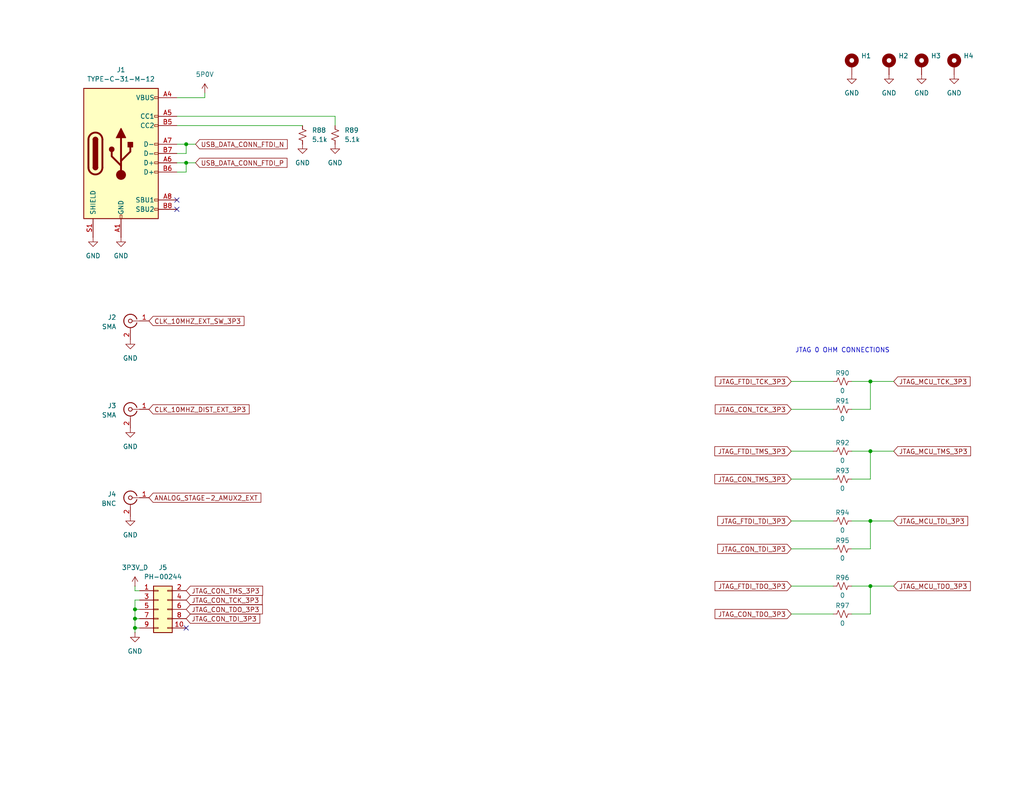
<source format=kicad_sch>
(kicad_sch (version 20250114) (generator "eeschema") (generator_version "9.0")
  (paper "A")
  (title_block (title "ARBITRARY WAVEFORM GENERATOR") (date "2025-07-15") (rev "1.0.1") (company "Tomasz Brzyzek"))
  (lib_symbols
    (symbol "BRZK_CONN_USB:TYPE-C-31-M-12" (pin_names (offset 1.016))
      (property "Reference" "J?" (at 0 22.86 0))
      (property "Value" "TYPE-C-31-M-12" (at 0 20.32 0))
      (symbol "TYPE-C-31-M-12_0_0"
        (rectangle (start -0.254 -17.78) (end 0.254 -16.764))
        (rectangle (start 10.16 15.494) (end 9.144 14.986))
        (rectangle (start 10.16 10.414) (end 9.144 9.906))
        (rectangle (start 10.16 7.874) (end 9.144 7.366))
        (rectangle (start 10.16 2.794) (end 9.144 2.286))
        (rectangle (start 10.16 0.254) (end 9.144 -0.254))
        (rectangle (start 10.16 -2.286) (end 9.144 -2.794))
        (rectangle (start 10.16 -4.826) (end 9.144 -5.334))
        (rectangle (start 10.16 -12.446) (end 9.144 -12.954))
        (rectangle (start 10.16 -14.986) (end 9.144 -15.494))
      )
      (symbol "TYPE-C-31-M-12_0_1"
        (rectangle (start -10.16 17.78) (end 10.16 -17.78) (stroke (width 0.254)) (fill (type background)))
        (polyline (pts (xy -8.89 -3.81) (xy -8.89 3.81)) (stroke (width 0.508)))
        (rectangle (start -7.62 -3.81) (end -6.35 3.81) (stroke (width 0.254)) (fill (type outline)))
        (arc (start -7.62 3.81) (mid -6.985 4.4423) (end -6.35 3.81) (stroke (width 0.254)))
        (arc (start -7.62 3.81) (mid -6.985 4.4423) (end -6.35 3.81) (stroke (width 0.254)) (fill (type outline)))
        (arc (start -8.89 3.81) (mid -6.985 5.7067) (end -5.08 3.81) (stroke (width 0.508)))
        (arc (start -5.08 -3.81) (mid -6.985 -5.7067) (end -8.89 -3.81) (stroke (width 0.508)))
        (arc (start -6.35 -3.81) (mid -6.985 -4.4423) (end -7.62 -3.81) (stroke (width 0.254)))
        (arc (start -6.35 -3.81) (mid -6.985 -4.4423) (end -7.62 -3.81) (stroke (width 0.254)) (fill (type outline)))
        (polyline (pts (xy -5.08 3.81) (xy -5.08 -3.81)) (stroke (width 0.508)))
        (circle (center -2.54 1.143) (radius 0.635) (stroke (width 0.254)) (fill (type outline)))
        (polyline (pts (xy -1.27 4.318) (xy 0 6.858) (xy 1.27 4.318) (xy -1.27 4.318)) (stroke (width 0.254)) (fill (type outline)))
        (polyline (pts (xy 0 -2.032) (xy 2.54 0.508) (xy 2.54 1.778)) (stroke (width 0.508)))
        (polyline (pts (xy 0 -3.302) (xy -2.54 -0.762) (xy -2.54 0.508)) (stroke (width 0.508)))
        (polyline (pts (xy 0 -5.842) (xy 0 4.318)) (stroke (width 0.508)))
        (circle (center 0 -5.842) (radius 1.27) (fill (type outline)))
        (rectangle (start 1.905 1.778) (end 3.175 3.048) (stroke (width 0.254)) (fill (type outline)))
      )
      (symbol "TYPE-C-31-M-12_1_1"
        (pin passive line (at -7.62 -22.86 90) (length 5.08) (name "SHIELD") (number "S1"))
        (pin passive line (at 0 -22.86 90) (length 5.08) (name "GND") (number "A1"))
        (pin passive line (at 0 -22.86 90) (length 5.08) (hide yes) (name "GND") (number "A12"))
        (pin passive line (at 0 -22.86 90) (length 5.08) (hide yes) (name "GND") (number "B1"))
        (pin passive line (at 0 -22.86 90) (length 5.08) (hide yes) (name "GND") (number "B12"))
        (pin passive line (at 15.24 15.24 180) (length 5.08) (name "VBUS") (number "A4"))
        (pin passive line (at 15.24 15.24 180) (length 5.08) (hide yes) (name "VBUS") (number "A9"))
        (pin passive line (at 15.24 15.24 180) (length 5.08) (hide yes) (name "VBUS") (number "B4"))
        (pin passive line (at 15.24 15.24 180) (length 5.08) (hide yes) (name "VBUS") (number "B9"))
        (pin bidirectional line (at 15.24 10.16 180) (length 5.08) (name "CC1") (number "A5"))
        (pin bidirectional line (at 15.24 7.62 180) (length 5.08) (name "CC2") (number "B5"))
        (pin bidirectional line (at 15.24 2.54 180) (length 5.08) (name "D-") (number "A7"))
        (pin bidirectional line (at 15.24 0 180) (length 5.08) (name "D-") (number "B7"))
        (pin bidirectional line (at 15.24 -2.54 180) (length 5.08) (name "D+") (number "A6"))
        (pin bidirectional line (at 15.24 -5.08 180) (length 5.08) (name "D+") (number "B6"))
        (pin bidirectional line (at 15.24 -12.7 180) (length 5.08) (name "SBU1") (number "A8"))
        (pin bidirectional line (at 15.24 -15.24 180) (length 5.08) (name "SBU2") (number "B8"))
      )
    )
    (symbol "Connector:Conn_Coaxial" (pin_names (offset 1.016) (hide yes))
      (property "Reference" "J" (at 0.254 3.048 0))
      (property "Value" "Conn_Coaxial" (at 2.921 0 90))
      (symbol "Conn_Coaxial_0_1"
        (polyline (pts (xy -2.54 0) (xy -0.508 0)))
        (arc (start 1.778 0) (mid 0.222 -1.8079) (end -1.778 -0.508) (stroke (width 0.254)))
        (arc (start -1.778 0.508) (mid 0.2221 1.8084) (end 1.778 0) (stroke (width 0.254)))
        (circle (center 0 0) (radius 0.508) (stroke (width 0.2032)))
        (polyline (pts (xy 0 -2.54) (xy 0 -1.778)))
      )
      (symbol "Conn_Coaxial_1_1"
        (pin passive line (at -5.08 0 0) (length 2.54) (name "In") (number "1"))
        (pin passive line (at 0 -5.08 90) (length 2.54) (name "Ext") (number "2"))
      )
    )
    (symbol "Connector_Generic:Conn_02x05_Odd_Even" (pin_names (offset 1.016) (hide yes))
      (property "Reference" "J" (at 1.27 7.62 0))
      (property "Value" "Conn_02x05_Odd_Even" (at 1.27 -7.62 0))
      (symbol "Conn_02x05_Odd_Even_1_1"
        (rectangle (start -1.27 6.35) (end 3.81 -6.35) (stroke (width 0.254)) (fill (type background)))
        (rectangle (start -1.27 5.207) (end 0 4.953) (stroke (width 0.1524)))
        (rectangle (start -1.27 2.667) (end 0 2.413) (stroke (width 0.1524)))
        (rectangle (start -1.27 0.127) (end 0 -0.127) (stroke (width 0.1524)))
        (rectangle (start -1.27 -2.413) (end 0 -2.667) (stroke (width 0.1524)))
        (rectangle (start -1.27 -4.953) (end 0 -5.207) (stroke (width 0.1524)))
        (rectangle (start 3.81 5.207) (end 2.54 4.953) (stroke (width 0.1524)))
        (rectangle (start 3.81 2.667) (end 2.54 2.413) (stroke (width 0.1524)))
        (rectangle (start 3.81 0.127) (end 2.54 -0.127) (stroke (width 0.1524)))
        (rectangle (start 3.81 -2.413) (end 2.54 -2.667) (stroke (width 0.1524)))
        (rectangle (start 3.81 -4.953) (end 2.54 -5.207) (stroke (width 0.1524)))
        (pin passive line (at -5.08 5.08 0) (length 3.81) (name "Pin_1") (number "1"))
        (pin passive line (at -5.08 2.54 0) (length 3.81) (name "Pin_3") (number "3"))
        (pin passive line (at -5.08 0 0) (length 3.81) (name "Pin_5") (number "5"))
        (pin passive line (at -5.08 -2.54 0) (length 3.81) (name "Pin_7") (number "7"))
        (pin passive line (at -5.08 -5.08 0) (length 3.81) (name "Pin_9") (number "9"))
        (pin passive line (at 7.62 5.08 180) (length 3.81) (name "Pin_2") (number "2"))
        (pin passive line (at 7.62 2.54 180) (length 3.81) (name "Pin_4") (number "4"))
        (pin passive line (at 7.62 0 180) (length 3.81) (name "Pin_6") (number "6"))
        (pin passive line (at 7.62 -2.54 180) (length 3.81) (name "Pin_8") (number "8"))
        (pin passive line (at 7.62 -5.08 180) (length 3.81) (name "Pin_10") (number "10"))
      )
    )
    (symbol "Device:R_Small_US" (pin_numbers (hide yes)) (pin_names (offset 0.254) (hide yes))
      (property "Reference" "R" (at 0.762 0.508 0))
      (property "Value" "R_Small_US" (at 0.762 -1.016 0))
      (symbol "R_Small_US_1_1"
        (polyline (pts (xy 0 1.524) (xy 1.016 1.143) (xy 0 0.762) (xy -1.016 0.381) (xy 0 0)))
        (polyline (pts (xy 0 0) (xy 1.016 -0.381) (xy 0 -0.762) (xy -1.016 -1.143) (xy 0 -1.524)))
        (pin passive line (at 0 2.54 270) (length 1.016) (name "~") (number "1"))
        (pin passive line (at 0 -2.54 90) (length 1.016) (name "~") (number "2"))
      )
    )
    (symbol "Mechanical:MountingHole_Pad" (pin_numbers (hide yes)) (pin_names (offset 1.016) (hide yes)) (exclude_from_sim yes) (in_bom no)
      (property "Reference" "H" (at 0 6.35 0))
      (property "Value" "MountingHole_Pad" (at 0 4.445 0))
      (symbol "MountingHole_Pad_0_1"
        (circle (center 0 1.27) (radius 1.27) (stroke (width 1.27)))
      )
      (symbol "MountingHole_Pad_1_1"
        (pin input line (at 0 -2.54 90) (length 2.54) (name "1") (number "1"))
      )
    )
    (symbol "power:+3V3" (power) (pin_numbers (hide yes)) (pin_names (offset 0) (hide yes))
      (property "Value" "+3V3" (at 0 3.556 0))
      (symbol "+3V3_0_1"
        (polyline (pts (xy -0.762 1.27) (xy 0 2.54)))
        (polyline (pts (xy 0 2.54) (xy 0.762 1.27)))
        (polyline (pts (xy 0 0) (xy 0 2.54)))
      )
      (symbol "+3V3_1_1"
        (pin power_in line (at 0 0 90) (length 0) (name "~") (number "1"))
      )
    )
    (symbol "power:GND" (power) (pin_numbers (hide yes)) (pin_names (offset 0) (hide yes))
      (property "Value" "GND" (at 0 -3.81 0))
      (symbol "GND_0_1"
        (polyline (pts (xy 0 0) (xy 0 -1.27) (xy 1.27 -1.27) (xy 0 -2.54) (xy -1.27 -1.27) (xy 0 -1.27)))
      )
      (symbol "GND_1_1"
        (pin power_in line (at 0 0 270) (length 0) (name "~") (number "1"))
      )
    )
  )
  (text "JTAG 0 OHM CONNECTIONS" (at 229.87 95.758 0) (effects (font (size 1.27 1.27))))
  (junction (at 50.8 39.37))
  (junction (at 237.49 142.24))
  (junction (at 50.8 44.45))
  (junction (at 36.83 168.91))
  (junction (at 237.49 123.19))
  (junction (at 36.83 166.37))
  (junction (at 237.49 160.02))
  (junction (at 237.49 104.14))
  (junction (at 36.83 171.45))
  (no_connect (at 48.26 57.15))
  (no_connect (at 48.26 54.61))
  (no_connect (at 50.8 171.45))
  (wire (pts (xy 232.41 104.14) (xy 237.49 104.14)))
  (wire (pts (xy 232.41 149.86) (xy 237.49 149.86)))
  (wire (pts (xy 36.83 163.83) (xy 36.83 166.37)))
  (wire (pts (xy 36.83 168.91) (xy 36.83 171.45)))
  (wire (pts (xy 215.9 104.14) (xy 227.33 104.14)))
  (wire (pts (xy 38.1 163.83) (xy 36.83 163.83)))
  (wire (pts (xy 48.26 31.75) (xy 91.44 31.75)))
  (wire (pts (xy 50.8 39.37) (xy 53.34 39.37)))
  (wire (pts (xy 237.49 111.76) (xy 237.49 104.14)))
  (wire (pts (xy 48.26 46.99) (xy 50.8 46.99)))
  (wire (pts (xy 232.41 123.19) (xy 237.49 123.19)))
  (wire (pts (xy 232.41 142.24) (xy 237.49 142.24)))
  (wire (pts (xy 38.1 168.91) (xy 36.83 168.91)))
  (wire (pts (xy 48.26 39.37) (xy 50.8 39.37)))
  (wire (pts (xy 232.41 160.02) (xy 237.49 160.02)))
  (wire (pts (xy 237.49 149.86) (xy 237.49 142.24)))
  (wire (pts (xy 36.83 166.37) (xy 36.83 168.91)))
  (wire (pts (xy 38.1 171.45) (xy 36.83 171.45)))
  (wire (pts (xy 237.49 104.14) (xy 243.84 104.14)))
  (wire (pts (xy 48.26 34.29) (xy 82.55 34.29)))
  (wire (pts (xy 36.83 171.45) (xy 36.83 172.72)))
  (wire (pts (xy 237.49 130.81) (xy 237.49 123.19)))
  (wire (pts (xy 55.88 25.4) (xy 55.88 26.67)))
  (wire (pts (xy 215.9 149.86) (xy 227.33 149.86)))
  (wire (pts (xy 55.88 26.67) (xy 48.26 26.67)))
  (wire (pts (xy 215.9 111.76) (xy 227.33 111.76)))
  (wire (pts (xy 215.9 142.24) (xy 227.33 142.24)))
  (wire (pts (xy 38.1 166.37) (xy 36.83 166.37)))
  (wire (pts (xy 237.49 167.64) (xy 237.49 160.02)))
  (wire (pts (xy 215.9 167.64) (xy 227.33 167.64)))
  (wire (pts (xy 38.1 161.29) (xy 36.83 161.29)))
  (wire (pts (xy 50.8 46.99) (xy 50.8 44.45)))
  (wire (pts (xy 232.41 130.81) (xy 237.49 130.81)))
  (wire (pts (xy 50.8 44.45) (xy 48.26 44.45)))
  (wire (pts (xy 36.83 161.29) (xy 36.83 160.02)))
  (wire (pts (xy 91.44 34.29) (xy 91.44 31.75)))
  (wire (pts (xy 50.8 41.91) (xy 50.8 39.37)))
  (wire (pts (xy 215.9 160.02) (xy 227.33 160.02)))
  (wire (pts (xy 237.49 142.24) (xy 243.84 142.24)))
  (wire (pts (xy 237.49 123.19) (xy 243.84 123.19)))
  (wire (pts (xy 48.26 41.91) (xy 50.8 41.91)))
  (wire (pts (xy 215.9 123.19) (xy 227.33 123.19)))
  (wire (pts (xy 215.9 130.81) (xy 227.33 130.81)))
  (wire (pts (xy 237.49 160.02) (xy 243.84 160.02)))
  (wire (pts (xy 232.41 167.64) (xy 237.49 167.64)))
  (wire (pts (xy 50.8 44.45) (xy 53.34 44.45)))
  (wire (pts (xy 232.41 111.76) (xy 237.49 111.76)))
  (global_label "JTAG_MCU_TDO_3P3" (shape input) (at 243.84 160.02 0) (property "Intersheetrefs" "${INTERSHEET_REFS}" (effects (hide yes))))
  (global_label "USB_DATA_CONN_FTDI_P" (shape input) (at 53.34 44.45 0) (property "Intersheetrefs" "${INTERSHEET_REFS}" (effects (hide yes))))
  (global_label "JTAG_CON_TDI_3P3" (shape input) (at 215.9 149.86 180) (property "Intersheetrefs" "${INTERSHEET_REFS}" (effects (hide yes))))
  (global_label "JTAG_CON_TDO_3P3" (shape input) (at 215.9 167.64 180) (property "Intersheetrefs" "${INTERSHEET_REFS}" (effects (hide yes))))
  (global_label "USB_DATA_CONN_FTDI_N" (shape input) (at 53.34 39.37 0) (property "Intersheetrefs" "${INTERSHEET_REFS}" (effects (hide yes))))
  (global_label "JTAG_MCU_TMS_3P3" (shape input) (at 243.84 123.19 0) (property "Intersheetrefs" "${INTERSHEET_REFS}" (effects (hide yes))))
  (global_label "JTAG_CON_TMS_3P3" (shape input) (at 50.8 161.29 0) (property "Intersheetrefs" "${INTERSHEET_REFS}" (effects (hide yes))))
  (global_label "JTAG_CON_TDO_3P3" (shape input) (at 50.8 166.37 0) (property "Intersheetrefs" "${INTERSHEET_REFS}" (effects (hide yes))))
  (global_label "JTAG_CON_TDI_3P3" (shape input) (at 50.8 168.91 0) (property "Intersheetrefs" "${INTERSHEET_REFS}" (effects (hide yes))))
  (global_label "ANALOG_STAGE-2_AMUX2_EXT" (shape input) (at 40.64 135.89 0) (property "Intersheetrefs" "${INTERSHEET_REFS}" (effects (hide yes))))
  (global_label "JTAG_MCU_TDI_3P3" (shape input) (at 243.84 142.24 0) (property "Intersheetrefs" "${INTERSHEET_REFS}" (effects (hide yes))))
  (global_label "JTAG_FTDI_TCK_3P3" (shape input) (at 215.9 104.14 180) (property "Intersheetrefs" "${INTERSHEET_REFS}" (effects (hide yes))))
  (global_label "JTAG_CON_TCK_3P3" (shape input) (at 50.8 163.83 0) (property "Intersheetrefs" "${INTERSHEET_REFS}" (effects (hide yes))))
  (global_label "JTAG_CON_TMS_3P3" (shape input) (at 215.9 130.81 180) (property "Intersheetrefs" "${INTERSHEET_REFS}" (effects (hide yes))))
  (global_label "JTAG_CON_TCK_3P3" (shape input) (at 215.9 111.76 180) (property "Intersheetrefs" "${INTERSHEET_REFS}" (effects (hide yes))))
  (global_label "JTAG_FTDI_TMS_3P3" (shape input) (at 215.9 123.19 180) (property "Intersheetrefs" "${INTERSHEET_REFS}" (effects (hide yes))))
  (global_label "CLK_10MHZ_EXT_SW_3P3" (shape input) (at 40.64 87.63 0) (property "Intersheetrefs" "${INTERSHEET_REFS}" (effects (hide yes))))
  (global_label "JTAG_MCU_TCK_3P3" (shape input) (at 243.84 104.14 0) (property "Intersheetrefs" "${INTERSHEET_REFS}" (effects (hide yes))))
  (global_label "CLK_10MHZ_DIST_EXT_3P3" (shape input) (at 40.64 111.76 0) (property "Intersheetrefs" "${INTERSHEET_REFS}" (effects (hide yes))))
  (global_label "JTAG_FTDI_TDI_3P3" (shape input) (at 215.9 142.24 180) (property "Intersheetrefs" "${INTERSHEET_REFS}" (effects (hide yes))))
  (global_label "JTAG_FTDI_TDO_3P3" (shape input) (at 215.9 160.02 180) (property "Intersheetrefs" "${INTERSHEET_REFS}" (effects (hide yes))))
  (symbol (lib_id "Device:R_Small_US") (at 229.87 167.64 270) (unit 1)
    (property "Reference" "R97" (at 229.87 165.354 90))
    (property "Value" "0" (at 229.87 170.18 90))
    (property "Footprint" "Resistor_SMD:R_0603_1608Metric" (effects (hide yes)))
    (property "Description" "Resistor, small US symbol" (effects (hide yes)))
    (property "Part Number" "0603WAJ0000T5E" (effects (hide yes)))
    (property "LCSC" "C15402" (effects (hide yes)))
  )
  (symbol (lib_id "Connector:Conn_Coaxial") (at 35.56 135.89 0) (mirror y) (unit 1)
    (property "Reference" "J4" (at 31.75 134.9131 0) (effects (justify left)))
    (property "Value" "BNC" (at 31.75 137.4531 0) (effects (justify left)))
    (property "Footprint" "BRZK_CONN_COAX:BNC_TH_Horizontal_DOSIN-801-0050" (effects (hide yes)))
    (property "Description" "coaxial connector (BNC, SMA, SMB, SMC, Cinch/RCA, LEMO, ...)" (effects (hide yes)))
    (property "Part Number" "DOSIN-801-0050" (effects (hide yes)))
    (property "LCSC" "C521210" (effects (hide yes)))
  )
  (symbol (lib_id "power:GND") (at 35.56 140.97 0) (unit 1)
    (property "Reference" "#PWR0299" (effects (hide yes)))
    (property "Value" "GND" (at 35.56 146.05 0))
    (property "Description" "Power symbol creates a global label with name \"GND\" , ground" (effects (hide yes)))
  )
  (symbol (lib_id "Connector_Generic:Conn_02x05_Odd_Even") (at 43.18 166.37 0) (unit 1)
    (property "Reference" "J5" (at 44.45 154.94 0))
    (property "Value" "PH-00244" (at 44.45 157.48 0))
    (property "Footprint" "Connector_PinHeader_2.54mm:PinHeader_2x05_P2.54mm_Vertical" (effects (hide yes)))
    (property "Description" "Generic connector, double row, 02x05, odd/even pin numbering scheme (row 1 odd numbers, row 2 even numbers), script generated (kicad-library-utils/schlib/autogen/connector/)" (effects (hide yes)))
    (property "Part Number" "PH-00244" (effects (hide yes)))
    (property "LCSC" "C2829881" (effects (hide yes)))
  )
  (symbol (lib_id "Mechanical:MountingHole_Pad") (at 242.57 17.78 0) (unit 1) (exclude_from_sim yes) (in_bom no)
    (property "Reference" "H2" (at 245.11 15.2399 0) (effects (justify left)))
    (property "Value" "MOUNTING HOLE" (effects (hide yes)))
    (property "Footprint" "MountingHole:MountingHole_3.2mm_M3_Pad" (effects (hide yes)))
    (property "Description" "Mounting Hole with connection" (effects (hide yes)))
  )
  (symbol (lib_id "power:+3V3") (at 36.83 160.02 0) (unit 1)
    (property "Reference" "#PWR0300" (effects (hide yes)))
    (property "Value" "3P3V_D" (at 36.83 154.94 0))
    (property "Description" "Power symbol creates a global label with name \"+3V3\"" (effects (hide yes)))
  )
  (symbol (lib_id "Device:R_Small_US") (at 229.87 123.19 270) (unit 1)
    (property "Reference" "R92" (at 229.87 120.904 90))
    (property "Value" "0" (at 229.87 125.73 90))
    (property "Footprint" "Resistor_SMD:R_0603_1608Metric" (effects (hide yes)))
    (property "Description" "Resistor, small US symbol" (effects (hide yes)))
    (property "Part Number" "0603WAJ0000T5E" (effects (hide yes)))
    (property "LCSC" "C15402" (effects (hide yes)))
  )
  (symbol (lib_id "power:GND") (at 251.46 20.32 0) (unit 1)
    (property "Reference" "#PWR0307" (effects (hide yes)))
    (property "Value" "GND" (at 251.46 25.4 0))
    (property "Description" "Power symbol creates a global label with name \"GND\" , ground" (effects (hide yes)))
  )
  (symbol (lib_id "Device:R_Small_US") (at 91.44 36.83 180) (unit 1)
    (property "Reference" "R89" (at 93.98 35.5599 0) (effects (justify right)))
    (property "Value" "5.1k" (at 93.98 38.0999 0) (effects (justify right)))
    (property "Footprint" "Resistor_SMD:R_0603_1608Metric" (effects (hide yes)))
    (property "Description" "Resistor, small US symbol" (effects (hide yes)))
    (property "Part Number" "0603WAF5101T5E " (effects (hide yes)))
    (property "LCSC" "C23186" (effects (hide yes)))
  )
  (symbol (lib_id "Connector:Conn_Coaxial") (at 35.56 87.63 0) (mirror y) (unit 1)
    (property "Reference" "J2" (at 31.75 86.6531 0) (effects (justify left)))
    (property "Value" "SMA" (at 31.75 89.1931 0) (effects (justify left)))
    (property "Footprint" "BRZK_CONN_COAX:SMA_TH_Horizontal_KH-SMA-K513-G" (effects (hide yes)))
    (property "Description" "coaxial connector (BNC, SMA, SMB, SMC, Cinch/RCA, LEMO, ...)" (effects (hide yes)))
    (property "Part Number" "KH-SMA-K513-G" (effects (hide yes)))
    (property "LCSC" "C411575" (effects (hide yes)))
  )
  (symbol (lib_id "power:GND") (at 25.4 64.77 0) (unit 1)
    (property "Reference" "#PWR0295" (effects (hide yes)))
    (property "Value" "GND" (at 25.4 69.85 0))
    (property "Description" "Power symbol creates a global label with name \"GND\" , ground" (effects (hide yes)))
  )
  (symbol (lib_id "BRZK_CONN_USB:TYPE-C-31-M-12") (at 33.02 41.91 0) (unit 1)
    (property "Reference" "J1" (at 33.02 19.05 0))
    (property "Value" "TYPE-C-31-M-12" (at 33.02 21.59 0))
    (property "Footprint" "Connector_USB:USB_C_Receptacle_GCT_USB4105-xx-A_16P_TopMnt_Horizontal" (effects (hide yes)))
    (property "Datasheet" "https://www.lcsc.com/datasheet/lcsc_datasheet_2205251630_Korean-Hroparts-Elec-TYPE-C-31-M-12_C165948.pdf" (effects (hide yes)))
    (property "Description" "USB 2.0-only 16P Type-C Receptacle connector" (effects (hide yes)))
    (property "Part Number" "TYPE-C-31-M-12" (effects (hide yes)))
    (property "LCSC" "C165948" (effects (hide yes)))
  )
  (symbol (lib_id "power:GND") (at 82.55 39.37 0) (unit 1)
    (property "Reference" "#PWR0303" (effects (hide yes)))
    (property "Value" "GND" (at 82.55 44.45 0))
    (property "Description" "Power symbol creates a global label with name \"GND\" , ground" (effects (hide yes)))
  )
  (symbol (lib_id "power:GND") (at 35.56 92.71 0) (unit 1)
    (property "Reference" "#PWR0297" (effects (hide yes)))
    (property "Value" "GND" (at 35.56 97.79 0))
    (property "Description" "Power symbol creates a global label with name \"GND\" , ground" (effects (hide yes)))
  )
  (symbol (lib_id "Mechanical:MountingHole_Pad") (at 232.41 17.78 0) (unit 1) (exclude_from_sim yes) (in_bom no)
    (property "Reference" "H1" (at 234.95 15.2399 0) (effects (justify left)))
    (property "Value" "MOUNTING HOLE" (effects (hide yes)))
    (property "Footprint" "MountingHole:MountingHole_3.2mm_M3_Pad" (effects (hide yes)))
    (property "Description" "Mounting Hole with connection" (effects (hide yes)))
  )
  (symbol (lib_id "power:GND") (at 35.56 116.84 0) (unit 1)
    (property "Reference" "#PWR0298" (effects (hide yes)))
    (property "Value" "GND" (at 35.56 121.92 0))
    (property "Description" "Power symbol creates a global label with name \"GND\" , ground" (effects (hide yes)))
  )
  (symbol (lib_id "power:GND") (at 260.35 20.32 0) (unit 1)
    (property "Reference" "#PWR0308" (effects (hide yes)))
    (property "Value" "GND" (at 260.35 25.4 0))
    (property "Description" "Power symbol creates a global label with name \"GND\" , ground" (effects (hide yes)))
  )
  (symbol (lib_id "power:GND") (at 242.57 20.32 0) (unit 1)
    (property "Reference" "#PWR0306" (effects (hide yes)))
    (property "Value" "GND" (at 242.57 25.4 0))
    (property "Description" "Power symbol creates a global label with name \"GND\" , ground" (effects (hide yes)))
  )
  (symbol (lib_id "Mechanical:MountingHole_Pad") (at 251.46 17.78 0) (unit 1) (exclude_from_sim yes) (in_bom no)
    (property "Reference" "H3" (at 254 15.2399 0) (effects (justify left)))
    (property "Value" "MOUNTING HOLE" (effects (hide yes)))
    (property "Footprint" "MountingHole:MountingHole_3.2mm_M3_Pad" (effects (hide yes)))
    (property "Description" "Mounting Hole with connection" (effects (hide yes)))
  )
  (symbol (lib_id "power:GND") (at 36.83 172.72 0) (unit 1)
    (property "Reference" "#PWR0301" (effects (hide yes)))
    (property "Value" "GND" (at 36.83 177.8 0))
    (property "Description" "Power symbol creates a global label with name \"GND\" , ground" (effects (hide yes)))
  )
  (symbol (lib_id "Connector:Conn_Coaxial") (at 35.56 111.76 0) (mirror y) (unit 1)
    (property "Reference" "J3" (at 31.75 110.7831 0) (effects (justify left)))
    (property "Value" "SMA" (at 31.75 113.3231 0) (effects (justify left)))
    (property "Footprint" "BRZK_CONN_COAX:SMA_TH_Horizontal_KH-SMA-K513-G" (effects (hide yes)))
    (property "Description" "coaxial connector (BNC, SMA, SMB, SMC, Cinch/RCA, LEMO, ...)" (effects (hide yes)))
    (property "Part Number" "KH-SMA-K513-G" (effects (hide yes)))
    (property "LCSC" "C411575" (effects (hide yes)))
  )
  (symbol (lib_id "power:GND") (at 91.44 39.37 0) (unit 1)
    (property "Reference" "#PWR0304" (effects (hide yes)))
    (property "Value" "GND" (at 91.44 44.45 0))
    (property "Description" "Power symbol creates a global label with name \"GND\" , ground" (effects (hide yes)))
  )
  (symbol (lib_id "Device:R_Small_US") (at 229.87 111.76 270) (unit 1)
    (property "Reference" "R91" (at 229.87 109.474 90))
    (property "Value" "0" (at 229.87 114.3 90))
    (property "Footprint" "Resistor_SMD:R_0603_1608Metric" (effects (hide yes)))
    (property "Description" "Resistor, small US symbol" (effects (hide yes)))
    (property "Part Number" "0603WAJ0000T5E" (effects (hide yes)))
    (property "LCSC" "C15402" (effects (hide yes)))
  )
  (symbol (lib_id "Device:R_Small_US") (at 229.87 142.24 270) (unit 1)
    (property "Reference" "R94" (at 229.87 139.954 90))
    (property "Value" "0" (at 229.87 144.78 90))
    (property "Footprint" "Resistor_SMD:R_0603_1608Metric" (effects (hide yes)))
    (property "Description" "Resistor, small US symbol" (effects (hide yes)))
    (property "Part Number" "0603WAJ0000T5E" (effects (hide yes)))
    (property "LCSC" "C15402" (effects (hide yes)))
  )
  (symbol (lib_id "power:GND") (at 33.02 64.77 0) (unit 1)
    (property "Reference" "#PWR0296" (effects (hide yes)))
    (property "Value" "GND" (at 33.02 69.85 0))
    (property "Description" "Power symbol creates a global label with name \"GND\" , ground" (effects (hide yes)))
  )
  (symbol (lib_id "Device:R_Small_US") (at 229.87 149.86 270) (unit 1)
    (property "Reference" "R95" (at 229.87 147.574 90))
    (property "Value" "0" (at 229.87 152.4 90))
    (property "Footprint" "Resistor_SMD:R_0603_1608Metric" (effects (hide yes)))
    (property "Description" "Resistor, small US symbol" (effects (hide yes)))
    (property "Part Number" "0603WAJ0000T5E" (effects (hide yes)))
    (property "LCSC" "C15402" (effects (hide yes)))
  )
  (symbol (lib_id "Device:R_Small_US") (at 229.87 160.02 270) (unit 1)
    (property "Reference" "R96" (at 229.87 157.734 90))
    (property "Value" "0" (at 229.87 162.56 90))
    (property "Footprint" "Resistor_SMD:R_0603_1608Metric" (effects (hide yes)))
    (property "Description" "Resistor, small US symbol" (effects (hide yes)))
    (property "Part Number" "0603WAJ0000T5E" (effects (hide yes)))
    (property "LCSC" "C15402" (effects (hide yes)))
  )
  (symbol (lib_id "Mechanical:MountingHole_Pad") (at 260.35 17.78 0) (unit 1) (exclude_from_sim yes) (in_bom no)
    (property "Reference" "H4" (at 262.89 15.2399 0) (effects (justify left)))
    (property "Value" "MOUNTING HOLE" (effects (hide yes)))
    (property "Footprint" "MountingHole:MountingHole_3.2mm_M3_Pad" (effects (hide yes)))
    (property "Description" "Mounting Hole with connection" (effects (hide yes)))
  )
  (symbol (lib_id "Device:R_Small_US") (at 229.87 104.14 270) (unit 1)
    (property "Reference" "R90" (at 229.87 101.854 90))
    (property "Value" "0" (at 229.87 106.68 90))
    (property "Footprint" "Resistor_SMD:R_0603_1608Metric" (effects (hide yes)))
    (property "Description" "Resistor, small US symbol" (effects (hide yes)))
    (property "Part Number" "0603WAJ0000T5E" (effects (hide yes)))
    (property "LCSC" "C15402" (effects (hide yes)))
  )
  (symbol (lib_id "power:+3V3") (at 55.88 25.4 0) (unit 1)
    (property "Reference" "#PWR0302" (effects (hide yes)))
    (property "Value" "5P0V" (at 55.88 20.32 0))
    (property "Description" "Power symbol creates a global label with name \"+3V3\"" (effects (hide yes)))
  )
  (symbol (lib_id "Device:R_Small_US") (at 82.55 36.83 180) (unit 1)
    (property "Reference" "R88" (at 85.09 35.5599 0) (effects (justify right)))
    (property "Value" "5.1k" (at 85.09 38.0999 0) (effects (justify right)))
    (property "Footprint" "Resistor_SMD:R_0603_1608Metric" (effects (hide yes)))
    (property "Description" "Resistor, small US symbol" (effects (hide yes)))
    (property "Part Number" "0603WAF5101T5E " (effects (hide yes)))
    (property "LCSC" "C23186" (effects (hide yes)))
  )
  (symbol (lib_id "power:GND") (at 232.41 20.32 0) (unit 1)
    (property "Reference" "#PWR0305" (effects (hide yes)))
    (property "Value" "GND" (at 232.41 25.4 0))
    (property "Description" "Power symbol creates a global label with name \"GND\" , ground" (effects (hide yes)))
  )
  (symbol (lib_id "Device:R_Small_US") (at 229.87 130.81 270) (unit 1)
    (property "Reference" "R93" (at 229.87 128.524 90))
    (property "Value" "0" (at 229.87 133.35 90))
    (property "Footprint" "Resistor_SMD:R_0603_1608Metric" (effects (hide yes)))
    (property "Description" "Resistor, small US symbol" (effects (hide yes)))
    (property "Part Number" "0603WAJ0000T5E" (effects (hide yes)))
    (property "LCSC" "C15402" (effects (hide yes)))
  )
)
</source>
